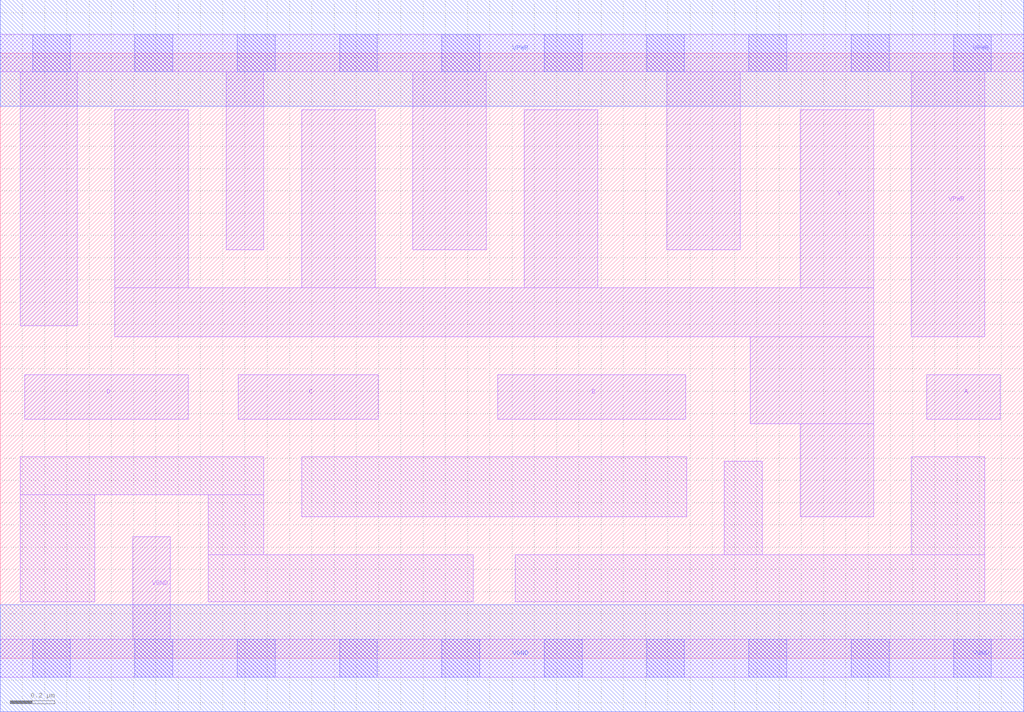
<source format=lef>
# Copyright 2020 The SkyWater PDK Authors
#
# Licensed under the Apache License, Version 2.0 (the "License");
# you may not use this file except in compliance with the License.
# You may obtain a copy of the License at
#
#     https://www.apache.org/licenses/LICENSE-2.0
#
# Unless required by applicable law or agreed to in writing, software
# distributed under the License is distributed on an "AS IS" BASIS,
# WITHOUT WARRANTIES OR CONDITIONS OF ANY KIND, either express or implied.
# See the License for the specific language governing permissions and
# limitations under the License.
#
# SPDX-License-Identifier: Apache-2.0

VERSION 5.7 ;
  NAMESCASESENSITIVE ON ;
  NOWIREEXTENSIONATPIN ON ;
  DIVIDERCHAR "/" ;
  BUSBITCHARS "[]" ;
UNITS
  DATABASE MICRONS 200 ;
END UNITS
MACRO sky130_fd_sc_hd__nand4_2
  CLASS CORE ;
  SOURCE USER ;
  FOREIGN sky130_fd_sc_hd__nand4_2 ;
  ORIGIN  0.000000  0.000000 ;
  SIZE  4.600000 BY  2.720000 ;
  SYMMETRY X Y R90 ;
  SITE unithd ;
  PIN A
    ANTENNAGATEAREA  0.495000 ;
    DIRECTION INPUT ;
    USE SIGNAL ;
    PORT
      LAYER li1 ;
        RECT 4.165000 1.075000 4.495000 1.275000 ;
    END
  END A
  PIN B
    ANTENNAGATEAREA  0.495000 ;
    DIRECTION INPUT ;
    USE SIGNAL ;
    PORT
      LAYER li1 ;
        RECT 2.235000 1.075000 3.080000 1.275000 ;
    END
  END B
  PIN C
    ANTENNAGATEAREA  0.495000 ;
    DIRECTION INPUT ;
    USE SIGNAL ;
    PORT
      LAYER li1 ;
        RECT 1.070000 1.075000 1.700000 1.275000 ;
    END
  END C
  PIN D
    ANTENNAGATEAREA  0.495000 ;
    DIRECTION INPUT ;
    USE SIGNAL ;
    PORT
      LAYER li1 ;
        RECT 0.110000 1.075000 0.845000 1.275000 ;
    END
  END D
  PIN Y
    ANTENNADIFFAREA  1.255500 ;
    DIRECTION OUTPUT ;
    USE SIGNAL ;
    PORT
      LAYER li1 ;
        RECT 0.515000 1.445000 3.925000 1.665000 ;
        RECT 0.515000 1.665000 0.845000 2.465000 ;
        RECT 1.355000 1.665000 1.685000 2.465000 ;
        RECT 2.355000 1.665000 2.685000 2.465000 ;
        RECT 3.370000 1.055000 3.925000 1.445000 ;
        RECT 3.595000 0.635000 3.925000 1.055000 ;
        RECT 3.595000 1.665000 3.925000 2.465000 ;
    END
  END Y
  PIN VGND
    DIRECTION INOUT ;
    SHAPE ABUTMENT ;
    USE GROUND ;
    PORT
      LAYER li1 ;
        RECT 0.000000 -0.085000 4.600000 0.085000 ;
        RECT 0.595000  0.085000 0.765000 0.545000 ;
      LAYER mcon ;
        RECT 0.145000 -0.085000 0.315000 0.085000 ;
        RECT 0.605000 -0.085000 0.775000 0.085000 ;
        RECT 1.065000 -0.085000 1.235000 0.085000 ;
        RECT 1.525000 -0.085000 1.695000 0.085000 ;
        RECT 1.985000 -0.085000 2.155000 0.085000 ;
        RECT 2.445000 -0.085000 2.615000 0.085000 ;
        RECT 2.905000 -0.085000 3.075000 0.085000 ;
        RECT 3.365000 -0.085000 3.535000 0.085000 ;
        RECT 3.825000 -0.085000 3.995000 0.085000 ;
        RECT 4.285000 -0.085000 4.455000 0.085000 ;
      LAYER met1 ;
        RECT 0.000000 -0.240000 4.600000 0.240000 ;
    END
  END VGND
  PIN VPWR
    DIRECTION INOUT ;
    SHAPE ABUTMENT ;
    USE POWER ;
    PORT
      LAYER li1 ;
        RECT 0.000000 2.635000 4.600000 2.805000 ;
        RECT 0.090000 1.495000 0.345000 2.635000 ;
        RECT 1.015000 1.835000 1.185000 2.635000 ;
        RECT 1.855000 1.835000 2.185000 2.635000 ;
        RECT 2.995000 1.835000 3.325000 2.635000 ;
        RECT 4.095000 1.445000 4.425000 2.635000 ;
      LAYER mcon ;
        RECT 0.145000 2.635000 0.315000 2.805000 ;
        RECT 0.605000 2.635000 0.775000 2.805000 ;
        RECT 1.065000 2.635000 1.235000 2.805000 ;
        RECT 1.525000 2.635000 1.695000 2.805000 ;
        RECT 1.985000 2.635000 2.155000 2.805000 ;
        RECT 2.445000 2.635000 2.615000 2.805000 ;
        RECT 2.905000 2.635000 3.075000 2.805000 ;
        RECT 3.365000 2.635000 3.535000 2.805000 ;
        RECT 3.825000 2.635000 3.995000 2.805000 ;
        RECT 4.285000 2.635000 4.455000 2.805000 ;
      LAYER met1 ;
        RECT 0.000000 2.480000 4.600000 2.960000 ;
    END
  END VPWR
  OBS
    LAYER li1 ;
      RECT 0.090000 0.255000 0.425000 0.735000 ;
      RECT 0.090000 0.735000 1.185000 0.905000 ;
      RECT 0.935000 0.255000 2.125000 0.465000 ;
      RECT 0.935000 0.465000 1.185000 0.735000 ;
      RECT 1.355000 0.635000 3.085000 0.905000 ;
      RECT 2.315000 0.255000 4.425000 0.465000 ;
      RECT 3.255000 0.465000 3.425000 0.885000 ;
      RECT 4.095000 0.465000 4.425000 0.905000 ;
  END
END sky130_fd_sc_hd__nand4_2

</source>
